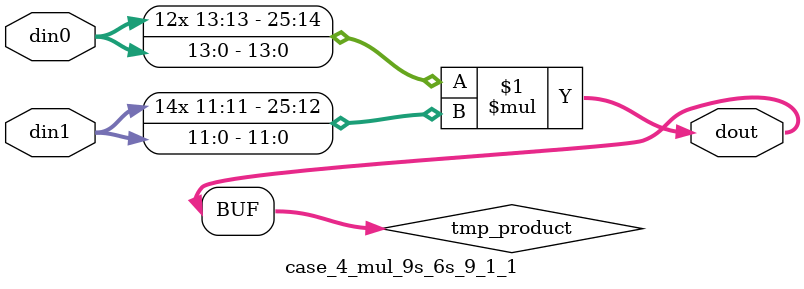
<source format=v>

`timescale 1 ns / 1 ps

 module case_4_mul_9s_6s_9_1_1(din0, din1, dout);
parameter ID = 1;
parameter NUM_STAGE = 0;
parameter din0_WIDTH = 14;
parameter din1_WIDTH = 12;
parameter dout_WIDTH = 26;

input [din0_WIDTH - 1 : 0] din0; 
input [din1_WIDTH - 1 : 0] din1; 
output [dout_WIDTH - 1 : 0] dout;

wire signed [dout_WIDTH - 1 : 0] tmp_product;



























assign tmp_product = $signed(din0) * $signed(din1);








assign dout = tmp_product;





















endmodule

</source>
